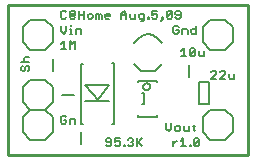
<source format=gto>
G75*
G70*
%OFA0B0*%
%FSLAX24Y24*%
%IPPOS*%
%LPD*%
%AMOC8*
5,1,8,0,0,1.08239X$1,22.5*
%
%ADD10C,0.0060*%
%ADD11C,0.0100*%
%ADD12C,0.0080*%
%ADD13C,0.0050*%
D10*
X001931Y001628D02*
X001975Y001584D01*
X002061Y001584D01*
X002105Y001628D01*
X002105Y001714D01*
X002018Y001714D01*
X001931Y001628D02*
X001931Y001801D01*
X001975Y001845D01*
X002061Y001845D01*
X002105Y001801D01*
X002226Y001758D02*
X002356Y001758D01*
X002399Y001714D01*
X002399Y001584D01*
X002226Y001584D02*
X002226Y001758D01*
X003431Y001051D02*
X003431Y001008D01*
X003475Y000964D01*
X003605Y000964D01*
X003605Y000878D02*
X003605Y001051D01*
X003561Y001095D01*
X003475Y001095D01*
X003431Y001051D01*
X003431Y000878D02*
X003475Y000834D01*
X003561Y000834D01*
X003605Y000878D01*
X003726Y000878D02*
X003769Y000834D01*
X003856Y000834D01*
X003899Y000878D01*
X003899Y000964D01*
X003856Y001008D01*
X003813Y001008D01*
X003726Y000964D01*
X003726Y001095D01*
X003899Y001095D01*
X004168Y001051D02*
X004211Y001095D01*
X004298Y001095D01*
X004341Y001051D01*
X004341Y001008D01*
X004298Y000964D01*
X004341Y000921D01*
X004341Y000878D01*
X004298Y000834D01*
X004211Y000834D01*
X004168Y000878D01*
X004255Y000964D02*
X004298Y000964D01*
X004462Y000921D02*
X004636Y001095D01*
X004462Y001095D02*
X004462Y000834D01*
X004506Y000964D02*
X004636Y000834D01*
X004064Y000834D02*
X004020Y000834D01*
X004020Y000878D01*
X004064Y000878D01*
X004064Y000834D01*
X005431Y001421D02*
X005518Y001334D01*
X005605Y001421D01*
X005605Y001595D01*
X005431Y001595D02*
X005431Y001421D01*
X005726Y001378D02*
X005769Y001334D01*
X005856Y001334D01*
X005899Y001378D01*
X005899Y001464D01*
X005856Y001508D01*
X005769Y001508D01*
X005726Y001464D01*
X005726Y001378D01*
X006020Y001378D02*
X006064Y001334D01*
X006194Y001334D01*
X006194Y001508D01*
X006020Y001508D02*
X006020Y001378D01*
X006315Y001508D02*
X006402Y001508D01*
X006358Y001551D02*
X006358Y001378D01*
X006402Y001334D01*
X006412Y001095D02*
X006499Y001095D01*
X006542Y001051D01*
X006369Y000878D01*
X006412Y000834D01*
X006499Y000834D01*
X006542Y000878D01*
X006542Y001051D01*
X006412Y001095D02*
X006369Y001051D01*
X006369Y000878D01*
X006265Y000878D02*
X006265Y000834D01*
X006221Y000834D01*
X006221Y000878D01*
X006265Y000878D01*
X006100Y000834D02*
X005927Y000834D01*
X006013Y000834D02*
X006013Y001095D01*
X005927Y001008D01*
X005811Y001008D02*
X005768Y001008D01*
X005681Y000921D01*
X005681Y000834D02*
X005681Y001008D01*
X006931Y003084D02*
X007105Y003258D01*
X007105Y003301D01*
X007061Y003345D01*
X006975Y003345D01*
X006931Y003301D01*
X006931Y003084D02*
X007105Y003084D01*
X007226Y003084D02*
X007399Y003258D01*
X007399Y003301D01*
X007356Y003345D01*
X007269Y003345D01*
X007226Y003301D01*
X007226Y003084D02*
X007399Y003084D01*
X007520Y003128D02*
X007564Y003084D01*
X007694Y003084D01*
X007694Y003258D01*
X007520Y003258D02*
X007520Y003128D01*
X006694Y003834D02*
X006564Y003834D01*
X006520Y003878D01*
X006520Y004008D01*
X006399Y004051D02*
X006226Y003878D01*
X006269Y003834D01*
X006356Y003834D01*
X006399Y003878D01*
X006399Y004051D01*
X006356Y004095D01*
X006269Y004095D01*
X006226Y004051D01*
X006226Y003878D01*
X006105Y003834D02*
X005931Y003834D01*
X006018Y003834D02*
X006018Y004095D01*
X005931Y004008D01*
X006694Y004008D02*
X006694Y003834D01*
X006444Y004584D02*
X006314Y004584D01*
X006270Y004628D01*
X006270Y004714D01*
X006314Y004758D01*
X006444Y004758D01*
X006444Y004845D02*
X006444Y004584D01*
X006149Y004584D02*
X006149Y004714D01*
X006106Y004758D01*
X005976Y004758D01*
X005976Y004584D01*
X005855Y004628D02*
X005855Y004714D01*
X005768Y004714D01*
X005855Y004628D02*
X005811Y004584D01*
X005725Y004584D01*
X005681Y004628D01*
X005681Y004801D01*
X005725Y004845D01*
X005811Y004845D01*
X005855Y004801D01*
X005878Y005084D02*
X005791Y005084D01*
X005748Y005128D01*
X005627Y005128D02*
X005584Y005084D01*
X005497Y005084D01*
X005454Y005128D01*
X005627Y005301D01*
X005627Y005128D01*
X005454Y005128D02*
X005454Y005301D01*
X005497Y005345D01*
X005584Y005345D01*
X005627Y005301D01*
X005748Y005301D02*
X005748Y005258D01*
X005791Y005214D01*
X005922Y005214D01*
X005922Y005128D02*
X005922Y005301D01*
X005878Y005345D01*
X005791Y005345D01*
X005748Y005301D01*
X005922Y005128D02*
X005878Y005084D01*
X005344Y005084D02*
X005300Y005084D01*
X005300Y005128D01*
X005344Y005128D01*
X005344Y005084D01*
X005257Y004998D01*
X005136Y005128D02*
X005093Y005084D01*
X005006Y005084D01*
X004962Y005128D01*
X004858Y005128D02*
X004858Y005084D01*
X004815Y005084D01*
X004815Y005128D01*
X004858Y005128D01*
X004962Y005214D02*
X005049Y005258D01*
X005093Y005258D01*
X005136Y005214D01*
X005136Y005128D01*
X004962Y005214D02*
X004962Y005345D01*
X005136Y005345D01*
X004694Y005258D02*
X004694Y005041D01*
X004651Y004998D01*
X004607Y004998D01*
X004564Y005084D02*
X004520Y005128D01*
X004520Y005214D01*
X004564Y005258D01*
X004694Y005258D01*
X004694Y005084D02*
X004564Y005084D01*
X004399Y005084D02*
X004399Y005258D01*
X004226Y005258D02*
X004226Y005128D01*
X004269Y005084D01*
X004399Y005084D01*
X004105Y005084D02*
X004105Y005258D01*
X004018Y005345D01*
X003931Y005258D01*
X003931Y005084D01*
X003931Y005214D02*
X004105Y005214D01*
X003578Y005214D02*
X003578Y005171D01*
X003404Y005171D01*
X003404Y005128D02*
X003404Y005214D01*
X003448Y005258D01*
X003534Y005258D01*
X003578Y005214D01*
X003534Y005084D02*
X003448Y005084D01*
X003404Y005128D01*
X003283Y005084D02*
X003283Y005214D01*
X003240Y005258D01*
X003196Y005214D01*
X003153Y005258D01*
X003110Y005258D01*
X003110Y005084D01*
X003196Y005084D02*
X003196Y005214D01*
X002989Y005214D02*
X002989Y005128D01*
X002945Y005084D01*
X002858Y005084D01*
X002815Y005128D01*
X002815Y005214D01*
X002858Y005258D01*
X002945Y005258D01*
X002989Y005214D01*
X002694Y005214D02*
X002520Y005214D01*
X002399Y005214D02*
X002356Y005171D01*
X002356Y005258D01*
X002269Y005258D01*
X002269Y005171D01*
X002356Y005171D01*
X002399Y005128D02*
X002356Y005084D01*
X002269Y005084D01*
X002226Y005128D01*
X002226Y005301D01*
X002269Y005345D01*
X002356Y005345D01*
X002399Y005301D01*
X002399Y005214D01*
X002520Y005084D02*
X002520Y005345D01*
X002694Y005345D02*
X002694Y005084D01*
X002269Y004888D02*
X002269Y004845D01*
X002269Y004758D02*
X002226Y004758D01*
X002269Y004758D02*
X002269Y004584D01*
X002226Y004584D02*
X002313Y004584D01*
X002422Y004584D02*
X002422Y004758D01*
X002552Y004758D01*
X002596Y004714D01*
X002596Y004584D01*
X002399Y004345D02*
X002399Y004084D01*
X002226Y004084D02*
X002226Y004345D01*
X002313Y004258D01*
X002399Y004345D01*
X002018Y004345D02*
X002018Y004084D01*
X001931Y004084D02*
X002105Y004084D01*
X001931Y004258D02*
X002018Y004345D01*
X002018Y004584D02*
X002105Y004671D01*
X002105Y004845D01*
X001931Y004845D02*
X001931Y004671D01*
X002018Y004584D01*
X001975Y005084D02*
X001931Y005128D01*
X001931Y005301D01*
X001975Y005345D01*
X002061Y005345D01*
X002105Y005301D01*
X002105Y005128D02*
X002061Y005084D01*
X001975Y005084D01*
X000871Y003802D02*
X000741Y003802D01*
X000698Y003759D01*
X000698Y003672D01*
X000741Y003629D01*
X000611Y003629D02*
X000871Y003629D01*
X000828Y003508D02*
X000871Y003464D01*
X000871Y003378D01*
X000828Y003334D01*
X000741Y003378D02*
X000741Y003464D01*
X000784Y003508D01*
X000828Y003508D01*
X000654Y003508D02*
X000611Y003464D01*
X000611Y003378D01*
X000654Y003334D01*
X000698Y003334D01*
X000741Y003378D01*
D11*
X000151Y005554D02*
X000151Y000554D01*
X008151Y000554D01*
X008151Y005554D01*
X000151Y005554D01*
D12*
X000901Y005054D02*
X000651Y004804D01*
X000651Y004304D01*
X000901Y004054D01*
X001401Y004054D01*
X001651Y004304D01*
X001651Y004804D01*
X001401Y005054D01*
X000901Y005054D01*
X001651Y003754D02*
X001651Y003354D01*
X001401Y003054D02*
X001651Y002804D01*
X001651Y002304D01*
X001401Y002054D01*
X001651Y001804D01*
X001651Y001304D01*
X001401Y001054D01*
X000901Y001054D01*
X000651Y001304D01*
X000651Y001804D01*
X000901Y002054D01*
X001401Y002054D01*
X000901Y002054D01*
X000651Y002304D01*
X000651Y002804D01*
X000901Y003054D01*
X001401Y003054D01*
X001951Y002554D02*
X002351Y002554D01*
X002743Y002331D02*
X003143Y002331D01*
X003543Y002891D01*
X002743Y002891D01*
X003183Y002331D01*
X003143Y002331D01*
X003183Y002331D02*
X003543Y002331D01*
X004507Y001862D02*
X004507Y001824D01*
X005145Y001824D01*
X005145Y001862D01*
X004710Y002228D02*
X004631Y002228D01*
X004710Y002228D02*
X004710Y002621D01*
X004635Y002621D01*
X004507Y002987D02*
X004507Y003024D01*
X005145Y003024D01*
X005145Y002987D01*
X005063Y003330D02*
X004590Y003330D01*
X004354Y003566D01*
X003703Y003611D02*
X003703Y001571D01*
X003623Y001571D01*
X002663Y001571D02*
X002583Y001571D01*
X002583Y003571D01*
X002663Y003571D01*
X003623Y003611D02*
X003703Y003611D01*
X004354Y004275D02*
X004559Y004461D01*
X004559Y004462D02*
X004589Y004487D01*
X004621Y004509D01*
X004656Y004527D01*
X004692Y004542D01*
X004729Y004554D01*
X004767Y004562D01*
X004806Y004566D01*
X004846Y004566D01*
X004885Y004562D01*
X004923Y004554D01*
X004960Y004542D01*
X004996Y004527D01*
X005031Y004509D01*
X005063Y004487D01*
X005093Y004462D01*
X005093Y004461D02*
X005299Y004275D01*
X005299Y003566D02*
X005063Y003330D01*
X006185Y003159D02*
X006185Y003559D01*
X006901Y004054D02*
X007401Y004054D01*
X007651Y004304D01*
X007651Y004804D01*
X007401Y005054D01*
X006901Y005054D01*
X006651Y004804D01*
X006651Y004304D01*
X006901Y004054D01*
X006901Y002054D02*
X006651Y001804D01*
X006651Y001304D01*
X006901Y001054D01*
X007401Y001054D01*
X007651Y001304D01*
X007651Y001804D01*
X007401Y002054D01*
X006901Y002054D01*
X002582Y001315D02*
X002582Y000915D01*
D13*
X004673Y002824D02*
X004675Y002845D01*
X004681Y002865D01*
X004690Y002883D01*
X004702Y002900D01*
X004718Y002914D01*
X004736Y002925D01*
X004755Y002933D01*
X004776Y002937D01*
X004796Y002937D01*
X004817Y002933D01*
X004836Y002925D01*
X004854Y002914D01*
X004870Y002900D01*
X004882Y002883D01*
X004891Y002865D01*
X004897Y002845D01*
X004899Y002824D01*
X004897Y002803D01*
X004891Y002783D01*
X004882Y002765D01*
X004870Y002748D01*
X004854Y002734D01*
X004836Y002723D01*
X004817Y002715D01*
X004796Y002711D01*
X004776Y002711D01*
X004755Y002715D01*
X004736Y002723D01*
X004718Y002734D01*
X004702Y002748D01*
X004690Y002765D01*
X004681Y002783D01*
X004675Y002803D01*
X004673Y002824D01*
X006536Y002971D02*
X006536Y002251D01*
X006856Y002251D01*
X006856Y002971D01*
X006536Y002971D01*
M02*

</source>
